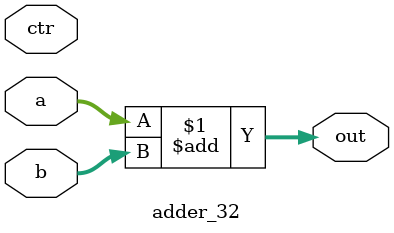
<source format=v>
`timescale 1ns / 1ps


module adder_32(
    input   ctr,
    input[31:0] a,
    input[31:0] b,
    output[31:0]    out
    );
    
    assign  out = a + b;
    
endmodule

</source>
